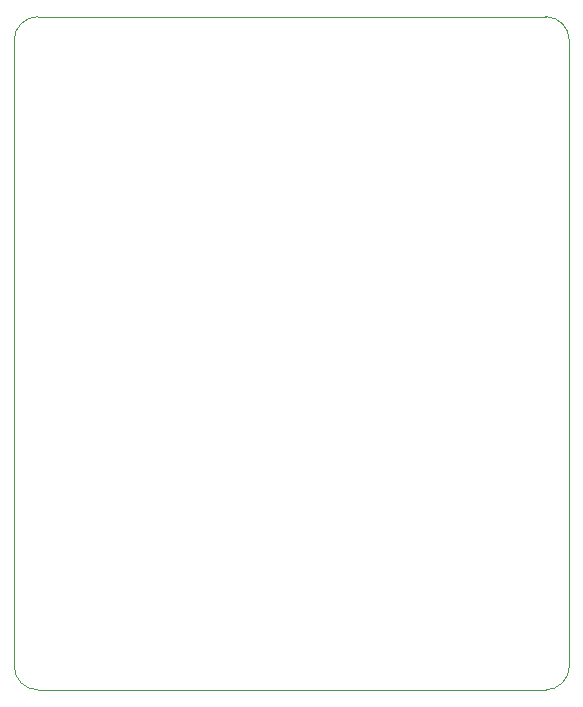
<source format=gbr>
G04 #@! TF.GenerationSoftware,KiCad,Pcbnew,(5.1.0)-1*
G04 #@! TF.CreationDate,2019-09-26T00:11:47-07:00*
G04 #@! TF.ProjectId,design,64657369-676e-42e6-9b69-6361645f7063,rev?*
G04 #@! TF.SameCoordinates,Original*
G04 #@! TF.FileFunction,Profile,NP*
%FSLAX46Y46*%
G04 Gerber Fmt 4.6, Leading zero omitted, Abs format (unit mm)*
G04 Created by KiCad (PCBNEW (5.1.0)-1) date 2019-09-26 00:11:47*
%MOMM*%
%LPD*%
G04 APERTURE LIST*
%ADD10C,0.050000*%
G04 APERTURE END LIST*
D10*
X165000000Y-29000000D02*
G75*
G02X167000000Y-31000000I0J-2000000D01*
G01*
X120000000Y-31000000D02*
G75*
G02X122000000Y-29000000I2000000J0D01*
G01*
X122000000Y-86000000D02*
G75*
G02X120000000Y-84000000I0J2000000D01*
G01*
X167000000Y-84000000D02*
G75*
G02X165000000Y-86000000I-2000000J0D01*
G01*
X167000000Y-31000000D02*
X167000000Y-84000000D01*
X122000000Y-29000000D02*
X165000000Y-29000000D01*
X120000000Y-84000000D02*
X120000000Y-31000000D01*
X165000000Y-86000000D02*
X122000000Y-86000000D01*
M02*

</source>
